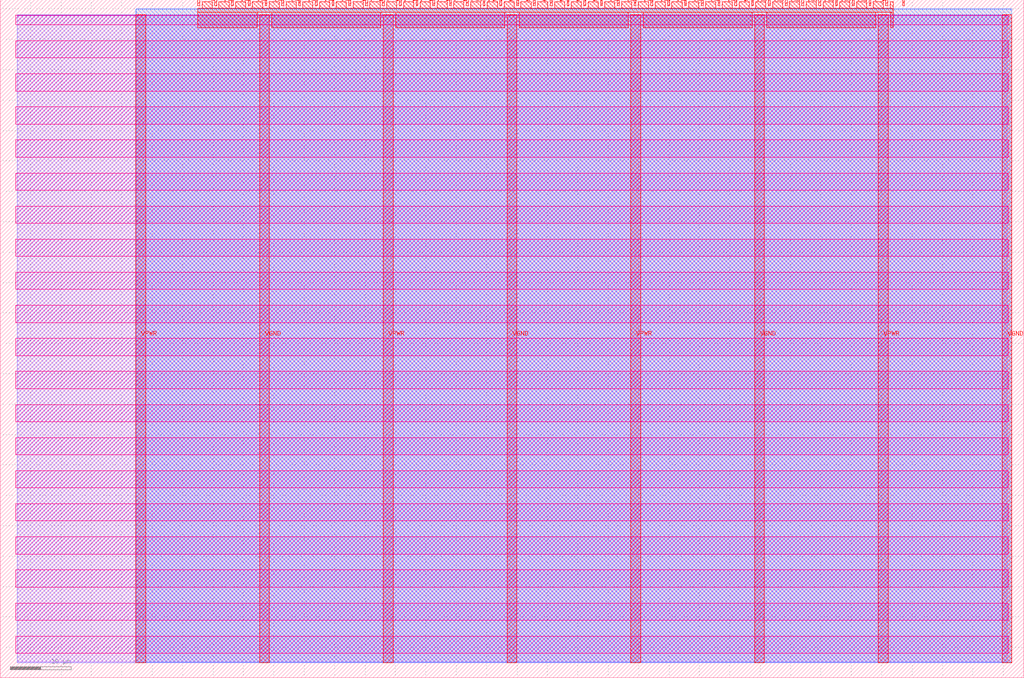
<source format=lef>
VERSION 5.7 ;
  NOWIREEXTENSIONATPIN ON ;
  DIVIDERCHAR "/" ;
  BUSBITCHARS "[]" ;
MACRO tt_um_GrayCounter_ariz207
  CLASS BLOCK ;
  FOREIGN tt_um_GrayCounter_ariz207 ;
  ORIGIN 0.000 0.000 ;
  SIZE 168.360 BY 111.520 ;
  PIN VGND
    DIRECTION INOUT ;
    USE GROUND ;
    PORT
      LAYER met4 ;
        RECT 42.670 2.480 44.270 109.040 ;
    END
    PORT
      LAYER met4 ;
        RECT 83.380 2.480 84.980 109.040 ;
    END
    PORT
      LAYER met4 ;
        RECT 124.090 2.480 125.690 109.040 ;
    END
    PORT
      LAYER met4 ;
        RECT 164.800 2.480 166.400 109.040 ;
    END
  END VGND
  PIN VPWR
    DIRECTION INOUT ;
    USE POWER ;
    PORT
      LAYER met4 ;
        RECT 22.315 2.480 23.915 109.040 ;
    END
    PORT
      LAYER met4 ;
        RECT 63.025 2.480 64.625 109.040 ;
    END
    PORT
      LAYER met4 ;
        RECT 103.735 2.480 105.335 109.040 ;
    END
    PORT
      LAYER met4 ;
        RECT 144.445 2.480 146.045 109.040 ;
    END
  END VPWR
  PIN clk
    DIRECTION INPUT ;
    USE SIGNAL ;
    ANTENNAGATEAREA 0.852000 ;
    PORT
      LAYER met4 ;
        RECT 145.670 110.520 145.970 111.520 ;
    END
  END clk
  PIN ena
    DIRECTION INPUT ;
    USE SIGNAL ;
    PORT
      LAYER met4 ;
        RECT 148.430 110.520 148.730 111.520 ;
    END
  END ena
  PIN rst_n
    DIRECTION INPUT ;
    USE SIGNAL ;
    ANTENNAGATEAREA 0.213000 ;
    PORT
      LAYER met4 ;
        RECT 142.910 110.520 143.210 111.520 ;
    END
  END rst_n
  PIN ui_in[0]
    DIRECTION INPUT ;
    USE SIGNAL ;
    PORT
      LAYER met4 ;
        RECT 140.150 110.520 140.450 111.520 ;
    END
  END ui_in[0]
  PIN ui_in[1]
    DIRECTION INPUT ;
    USE SIGNAL ;
    PORT
      LAYER met4 ;
        RECT 137.390 110.520 137.690 111.520 ;
    END
  END ui_in[1]
  PIN ui_in[2]
    DIRECTION INPUT ;
    USE SIGNAL ;
    PORT
      LAYER met4 ;
        RECT 134.630 110.520 134.930 111.520 ;
    END
  END ui_in[2]
  PIN ui_in[3]
    DIRECTION INPUT ;
    USE SIGNAL ;
    PORT
      LAYER met4 ;
        RECT 131.870 110.520 132.170 111.520 ;
    END
  END ui_in[3]
  PIN ui_in[4]
    DIRECTION INPUT ;
    USE SIGNAL ;
    PORT
      LAYER met4 ;
        RECT 129.110 110.520 129.410 111.520 ;
    END
  END ui_in[4]
  PIN ui_in[5]
    DIRECTION INPUT ;
    USE SIGNAL ;
    PORT
      LAYER met4 ;
        RECT 126.350 110.520 126.650 111.520 ;
    END
  END ui_in[5]
  PIN ui_in[6]
    DIRECTION INPUT ;
    USE SIGNAL ;
    PORT
      LAYER met4 ;
        RECT 123.590 110.520 123.890 111.520 ;
    END
  END ui_in[6]
  PIN ui_in[7]
    DIRECTION INPUT ;
    USE SIGNAL ;
    PORT
      LAYER met4 ;
        RECT 120.830 110.520 121.130 111.520 ;
    END
  END ui_in[7]
  PIN uio_in[0]
    DIRECTION INPUT ;
    USE SIGNAL ;
    PORT
      LAYER met4 ;
        RECT 118.070 110.520 118.370 111.520 ;
    END
  END uio_in[0]
  PIN uio_in[1]
    DIRECTION INPUT ;
    USE SIGNAL ;
    PORT
      LAYER met4 ;
        RECT 115.310 110.520 115.610 111.520 ;
    END
  END uio_in[1]
  PIN uio_in[2]
    DIRECTION INPUT ;
    USE SIGNAL ;
    PORT
      LAYER met4 ;
        RECT 112.550 110.520 112.850 111.520 ;
    END
  END uio_in[2]
  PIN uio_in[3]
    DIRECTION INPUT ;
    USE SIGNAL ;
    PORT
      LAYER met4 ;
        RECT 109.790 110.520 110.090 111.520 ;
    END
  END uio_in[3]
  PIN uio_in[4]
    DIRECTION INPUT ;
    USE SIGNAL ;
    PORT
      LAYER met4 ;
        RECT 107.030 110.520 107.330 111.520 ;
    END
  END uio_in[4]
  PIN uio_in[5]
    DIRECTION INPUT ;
    USE SIGNAL ;
    PORT
      LAYER met4 ;
        RECT 104.270 110.520 104.570 111.520 ;
    END
  END uio_in[5]
  PIN uio_in[6]
    DIRECTION INPUT ;
    USE SIGNAL ;
    PORT
      LAYER met4 ;
        RECT 101.510 110.520 101.810 111.520 ;
    END
  END uio_in[6]
  PIN uio_in[7]
    DIRECTION INPUT ;
    USE SIGNAL ;
    PORT
      LAYER met4 ;
        RECT 98.750 110.520 99.050 111.520 ;
    END
  END uio_in[7]
  PIN uio_oe[0]
    DIRECTION OUTPUT TRISTATE ;
    USE SIGNAL ;
    PORT
      LAYER met4 ;
        RECT 51.830 110.520 52.130 111.520 ;
    END
  END uio_oe[0]
  PIN uio_oe[1]
    DIRECTION OUTPUT TRISTATE ;
    USE SIGNAL ;
    PORT
      LAYER met4 ;
        RECT 49.070 110.520 49.370 111.520 ;
    END
  END uio_oe[1]
  PIN uio_oe[2]
    DIRECTION OUTPUT TRISTATE ;
    USE SIGNAL ;
    PORT
      LAYER met4 ;
        RECT 46.310 110.520 46.610 111.520 ;
    END
  END uio_oe[2]
  PIN uio_oe[3]
    DIRECTION OUTPUT TRISTATE ;
    USE SIGNAL ;
    PORT
      LAYER met4 ;
        RECT 43.550 110.520 43.850 111.520 ;
    END
  END uio_oe[3]
  PIN uio_oe[4]
    DIRECTION OUTPUT TRISTATE ;
    USE SIGNAL ;
    PORT
      LAYER met4 ;
        RECT 40.790 110.520 41.090 111.520 ;
    END
  END uio_oe[4]
  PIN uio_oe[5]
    DIRECTION OUTPUT TRISTATE ;
    USE SIGNAL ;
    PORT
      LAYER met4 ;
        RECT 38.030 110.520 38.330 111.520 ;
    END
  END uio_oe[5]
  PIN uio_oe[6]
    DIRECTION OUTPUT TRISTATE ;
    USE SIGNAL ;
    PORT
      LAYER met4 ;
        RECT 35.270 110.520 35.570 111.520 ;
    END
  END uio_oe[6]
  PIN uio_oe[7]
    DIRECTION OUTPUT TRISTATE ;
    USE SIGNAL ;
    PORT
      LAYER met4 ;
        RECT 32.510 110.520 32.810 111.520 ;
    END
  END uio_oe[7]
  PIN uio_out[0]
    DIRECTION OUTPUT TRISTATE ;
    USE SIGNAL ;
    PORT
      LAYER met4 ;
        RECT 73.910 110.520 74.210 111.520 ;
    END
  END uio_out[0]
  PIN uio_out[1]
    DIRECTION OUTPUT TRISTATE ;
    USE SIGNAL ;
    PORT
      LAYER met4 ;
        RECT 71.150 110.520 71.450 111.520 ;
    END
  END uio_out[1]
  PIN uio_out[2]
    DIRECTION OUTPUT TRISTATE ;
    USE SIGNAL ;
    PORT
      LAYER met4 ;
        RECT 68.390 110.520 68.690 111.520 ;
    END
  END uio_out[2]
  PIN uio_out[3]
    DIRECTION OUTPUT TRISTATE ;
    USE SIGNAL ;
    PORT
      LAYER met4 ;
        RECT 65.630 110.520 65.930 111.520 ;
    END
  END uio_out[3]
  PIN uio_out[4]
    DIRECTION OUTPUT TRISTATE ;
    USE SIGNAL ;
    PORT
      LAYER met4 ;
        RECT 62.870 110.520 63.170 111.520 ;
    END
  END uio_out[4]
  PIN uio_out[5]
    DIRECTION OUTPUT TRISTATE ;
    USE SIGNAL ;
    PORT
      LAYER met4 ;
        RECT 60.110 110.520 60.410 111.520 ;
    END
  END uio_out[5]
  PIN uio_out[6]
    DIRECTION OUTPUT TRISTATE ;
    USE SIGNAL ;
    PORT
      LAYER met4 ;
        RECT 57.350 110.520 57.650 111.520 ;
    END
  END uio_out[6]
  PIN uio_out[7]
    DIRECTION OUTPUT TRISTATE ;
    USE SIGNAL ;
    PORT
      LAYER met4 ;
        RECT 54.590 110.520 54.890 111.520 ;
    END
  END uio_out[7]
  PIN uo_out[0]
    DIRECTION OUTPUT TRISTATE ;
    USE SIGNAL ;
    ANTENNADIFFAREA 0.445500 ;
    PORT
      LAYER met4 ;
        RECT 95.990 110.520 96.290 111.520 ;
    END
  END uo_out[0]
  PIN uo_out[1]
    DIRECTION OUTPUT TRISTATE ;
    USE SIGNAL ;
    ANTENNADIFFAREA 0.445500 ;
    PORT
      LAYER met4 ;
        RECT 93.230 110.520 93.530 111.520 ;
    END
  END uo_out[1]
  PIN uo_out[2]
    DIRECTION OUTPUT TRISTATE ;
    USE SIGNAL ;
    ANTENNADIFFAREA 0.445500 ;
    PORT
      LAYER met4 ;
        RECT 90.470 110.520 90.770 111.520 ;
    END
  END uo_out[2]
  PIN uo_out[3]
    DIRECTION OUTPUT TRISTATE ;
    USE SIGNAL ;
    ANTENNADIFFAREA 0.795200 ;
    PORT
      LAYER met4 ;
        RECT 87.710 110.520 88.010 111.520 ;
    END
  END uo_out[3]
  PIN uo_out[4]
    DIRECTION OUTPUT TRISTATE ;
    USE SIGNAL ;
    PORT
      LAYER met4 ;
        RECT 84.950 110.520 85.250 111.520 ;
    END
  END uo_out[4]
  PIN uo_out[5]
    DIRECTION OUTPUT TRISTATE ;
    USE SIGNAL ;
    PORT
      LAYER met4 ;
        RECT 82.190 110.520 82.490 111.520 ;
    END
  END uo_out[5]
  PIN uo_out[6]
    DIRECTION OUTPUT TRISTATE ;
    USE SIGNAL ;
    PORT
      LAYER met4 ;
        RECT 79.430 110.520 79.730 111.520 ;
    END
  END uo_out[6]
  PIN uo_out[7]
    DIRECTION OUTPUT TRISTATE ;
    USE SIGNAL ;
    PORT
      LAYER met4 ;
        RECT 76.670 110.520 76.970 111.520 ;
    END
  END uo_out[7]
  OBS
      LAYER nwell ;
        RECT 2.570 107.385 165.790 108.990 ;
        RECT 2.570 101.945 165.790 104.775 ;
        RECT 2.570 96.505 165.790 99.335 ;
        RECT 2.570 91.065 165.790 93.895 ;
        RECT 2.570 85.625 165.790 88.455 ;
        RECT 2.570 80.185 165.790 83.015 ;
        RECT 2.570 74.745 165.790 77.575 ;
        RECT 2.570 69.305 165.790 72.135 ;
        RECT 2.570 63.865 165.790 66.695 ;
        RECT 2.570 58.425 165.790 61.255 ;
        RECT 2.570 52.985 165.790 55.815 ;
        RECT 2.570 47.545 165.790 50.375 ;
        RECT 2.570 42.105 165.790 44.935 ;
        RECT 2.570 36.665 165.790 39.495 ;
        RECT 2.570 31.225 165.790 34.055 ;
        RECT 2.570 25.785 165.790 28.615 ;
        RECT 2.570 20.345 165.790 23.175 ;
        RECT 2.570 14.905 165.790 17.735 ;
        RECT 2.570 9.465 165.790 12.295 ;
        RECT 2.570 4.025 165.790 6.855 ;
      LAYER li1 ;
        RECT 2.760 2.635 165.600 108.885 ;
      LAYER met1 ;
        RECT 2.760 2.480 166.400 109.040 ;
      LAYER met2 ;
        RECT 22.345 2.535 166.370 110.005 ;
      LAYER met3 ;
        RECT 22.325 2.555 166.390 109.985 ;
      LAYER met4 ;
        RECT 33.210 110.120 34.870 111.170 ;
        RECT 35.970 110.120 37.630 111.170 ;
        RECT 38.730 110.120 40.390 111.170 ;
        RECT 41.490 110.120 43.150 111.170 ;
        RECT 44.250 110.120 45.910 111.170 ;
        RECT 47.010 110.120 48.670 111.170 ;
        RECT 49.770 110.120 51.430 111.170 ;
        RECT 52.530 110.120 54.190 111.170 ;
        RECT 55.290 110.120 56.950 111.170 ;
        RECT 58.050 110.120 59.710 111.170 ;
        RECT 60.810 110.120 62.470 111.170 ;
        RECT 63.570 110.120 65.230 111.170 ;
        RECT 66.330 110.120 67.990 111.170 ;
        RECT 69.090 110.120 70.750 111.170 ;
        RECT 71.850 110.120 73.510 111.170 ;
        RECT 74.610 110.120 76.270 111.170 ;
        RECT 77.370 110.120 79.030 111.170 ;
        RECT 80.130 110.120 81.790 111.170 ;
        RECT 82.890 110.120 84.550 111.170 ;
        RECT 85.650 110.120 87.310 111.170 ;
        RECT 88.410 110.120 90.070 111.170 ;
        RECT 91.170 110.120 92.830 111.170 ;
        RECT 93.930 110.120 95.590 111.170 ;
        RECT 96.690 110.120 98.350 111.170 ;
        RECT 99.450 110.120 101.110 111.170 ;
        RECT 102.210 110.120 103.870 111.170 ;
        RECT 104.970 110.120 106.630 111.170 ;
        RECT 107.730 110.120 109.390 111.170 ;
        RECT 110.490 110.120 112.150 111.170 ;
        RECT 113.250 110.120 114.910 111.170 ;
        RECT 116.010 110.120 117.670 111.170 ;
        RECT 118.770 110.120 120.430 111.170 ;
        RECT 121.530 110.120 123.190 111.170 ;
        RECT 124.290 110.120 125.950 111.170 ;
        RECT 127.050 110.120 128.710 111.170 ;
        RECT 129.810 110.120 131.470 111.170 ;
        RECT 132.570 110.120 134.230 111.170 ;
        RECT 135.330 110.120 136.990 111.170 ;
        RECT 138.090 110.120 139.750 111.170 ;
        RECT 140.850 110.120 142.510 111.170 ;
        RECT 143.610 110.120 145.270 111.170 ;
        RECT 146.370 110.120 146.905 111.170 ;
        RECT 32.495 109.440 146.905 110.120 ;
        RECT 32.495 106.935 42.270 109.440 ;
        RECT 44.670 106.935 62.625 109.440 ;
        RECT 65.025 106.935 82.980 109.440 ;
        RECT 85.380 106.935 103.335 109.440 ;
        RECT 105.735 106.935 123.690 109.440 ;
        RECT 126.090 106.935 144.045 109.440 ;
        RECT 146.445 106.935 146.905 109.440 ;
  END
END tt_um_GrayCounter_ariz207
END LIBRARY


</source>
